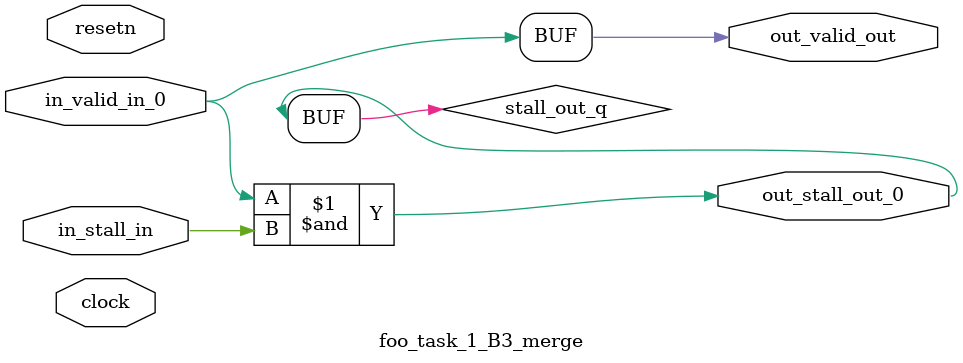
<source format=sv>



(* altera_attribute = "-name AUTO_SHIFT_REGISTER_RECOGNITION OFF; -name MESSAGE_DISABLE 10036; -name MESSAGE_DISABLE 10037; -name MESSAGE_DISABLE 14130; -name MESSAGE_DISABLE 14320; -name MESSAGE_DISABLE 15400; -name MESSAGE_DISABLE 14130; -name MESSAGE_DISABLE 10036; -name MESSAGE_DISABLE 12020; -name MESSAGE_DISABLE 12030; -name MESSAGE_DISABLE 12010; -name MESSAGE_DISABLE 12110; -name MESSAGE_DISABLE 14320; -name MESSAGE_DISABLE 13410; -name MESSAGE_DISABLE 113007; -name MESSAGE_DISABLE 10958" *)
module foo_task_1_B3_merge (
    input wire [0:0] in_stall_in,
    input wire [0:0] in_valid_in_0,
    output wire [0:0] out_stall_out_0,
    output wire [0:0] out_valid_out,
    input wire clock,
    input wire resetn
    );

    wire [0:0] stall_out_q;


    // stall_out(LOGICAL,6)
    assign stall_out_q = in_valid_in_0 & in_stall_in;

    // out_stall_out_0(GPOUT,4)
    assign out_stall_out_0 = stall_out_q;

    // out_valid_out(GPOUT,5)
    assign out_valid_out = in_valid_in_0;

endmodule

</source>
